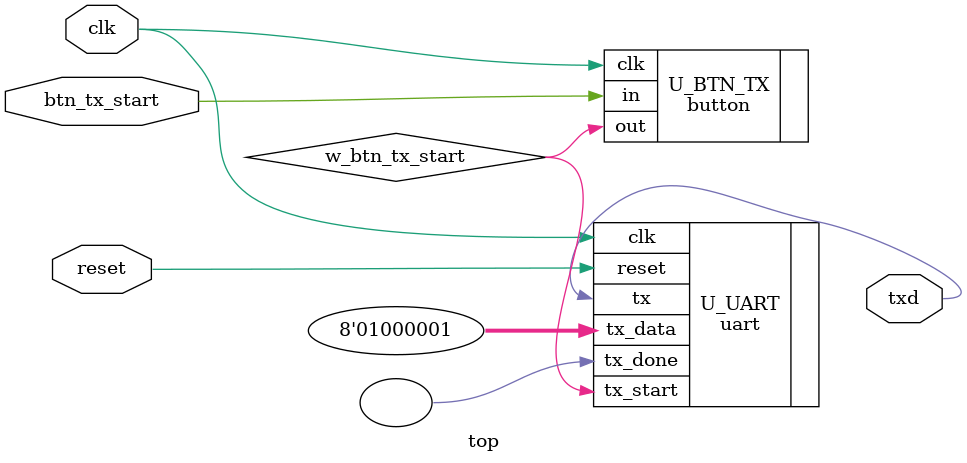
<source format=v>
`timescale 1ns / 1ps
module top(
    input clk,
    input reset,
    input btn_tx_start,
    output txd
    );
wire w_btn_tx_start;
button U_BTN_TX(
    .clk(clk),
    .in(btn_tx_start),
    . out(w_btn_tx_start)
    );

uart U_UART(
    .clk(clk),
    .reset(reset),
    .tx_start(w_btn_tx_start),
    .tx_data(8'h41),
    . tx(txd),
    . tx_done()
);

endmodule

</source>
